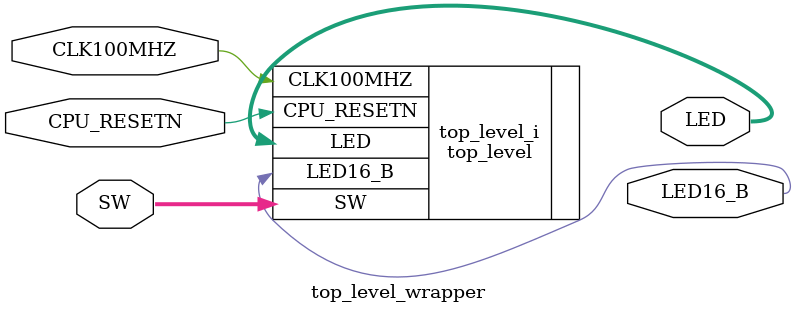
<source format=v>
`timescale 1 ps / 1 ps

module top_level_wrapper
   (CLK100MHZ,
    CPU_RESETN,
    LED,
    LED16_B,
    SW);
  input CLK100MHZ;
  input CPU_RESETN;
  output [15:0]LED;
  output LED16_B;
  input [15:0]SW;

  wire CLK100MHZ;
  wire CPU_RESETN;
  wire [15:0]LED;
  wire LED16_B;
  wire [15:0]SW;

  top_level top_level_i
       (.CLK100MHZ(CLK100MHZ),
        .CPU_RESETN(CPU_RESETN),
        .LED(LED),
        .LED16_B(LED16_B),
        .SW(SW));
endmodule

</source>
